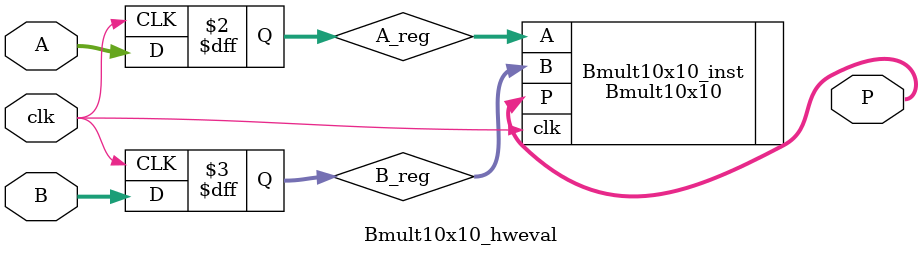
<source format=sv>
`timescale 1ns / 1ps

module Bmult10x10_hweval (
    input  logic          clk,
    input  logic [9  : 0] A,
    input  logic [9  : 0] B,
    output logic [19 : 0] P
    );

    logic [9 : 0] A_reg;
    logic [9 : 0] B_reg;

    always_ff @(posedge clk) begin
        A_reg <= A;
        B_reg <= B;
    end

    Bmult10x10 Bmult10x10_inst (
        .clk(clk  ),
        .A  (A_reg),
        .B  (B_reg),
        .P  (P    ));

endmodule
</source>
